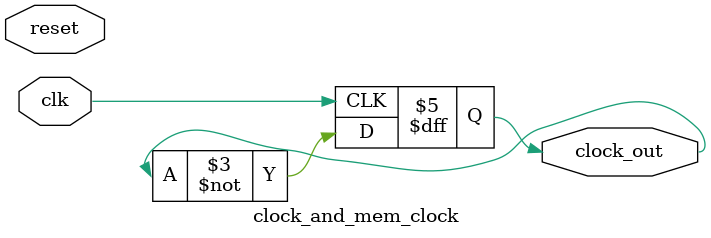
<source format=v>
module clock_and_mem_clock(reset, clk, clock_out);
	input reset, clk;
	output clock_out;
	reg clock_out;
	
	initial
	begin
		clock_out = 0; //起始置为低电平
	end
	
	always@(posedge clk)
	begin
		if(~reset)
			clock_out <= 0;  // reset低电平，clock_out置0
			clock_out <= ~clock_out; // clock_out 在 clk上升沿取反
	end
endmodule

</source>
